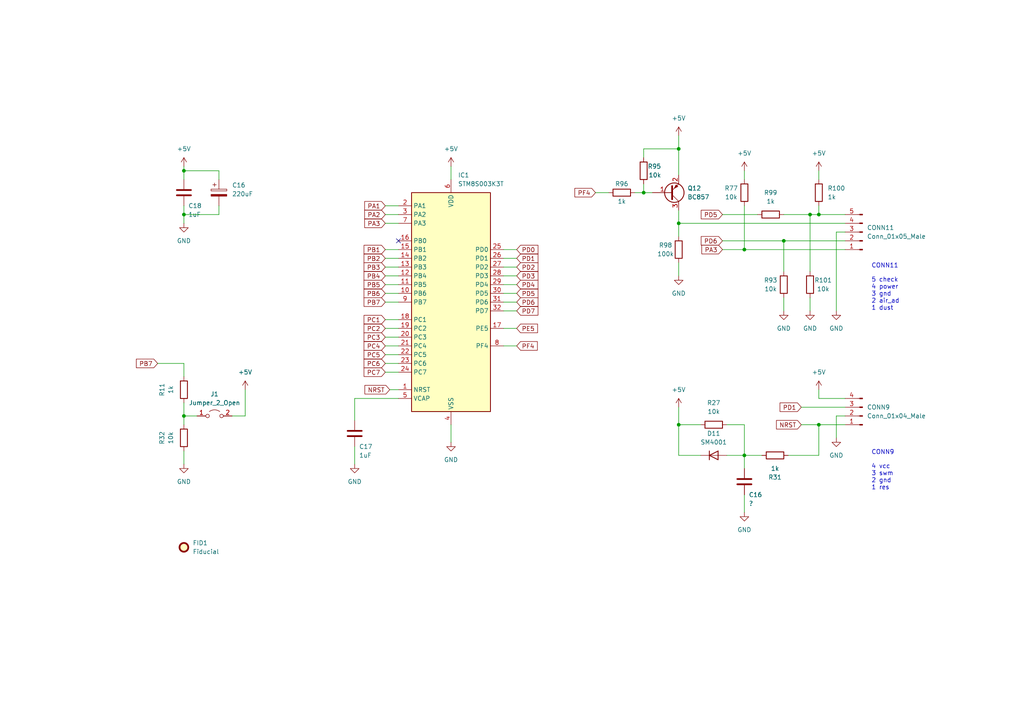
<source format=kicad_sch>
(kicad_sch (version 20211123) (generator eeschema)
  (paper "A4")
  (lib_symbols
    (symbol "Connector:Conn_01x04_Male" (pin_names (offset 1.016) hide)
      (property "Reference" "J" (at 0 5.08 0))
      (property "Value" "Conn_01x04_Male" (at 0 -7.62 0))
      (symbol "Conn_01x04_Male_1_1"
        (polyline (pts (xy 1.27 -5.08) (xy 0.8636 -5.08)) (stroke (width 0.1524)))
        (polyline (pts (xy 1.27 -2.54) (xy 0.8636 -2.54)) (stroke (width 0.1524)))
        (polyline (pts (xy 1.27 0) (xy 0.8636 0)) (stroke (width 0.1524)))
        (polyline (pts (xy 1.27 2.54) (xy 0.8636 2.54)) (stroke (width 0.1524)))
        (rectangle (start 0.8636 -4.953) (end 0 -5.207) (stroke (width 0.1524)) (fill (type outline)))
        (rectangle (start 0.8636 -2.413) (end 0 -2.667) (stroke (width 0.1524)) (fill (type outline)))
        (rectangle (start 0.8636 0.127) (end 0 -0.127) (stroke (width 0.1524)) (fill (type outline)))
        (rectangle (start 0.8636 2.667) (end 0 2.413) (stroke (width 0.1524)) (fill (type outline)))
        (pin passive line (at 5.08 2.54 180) (length 3.81) (name "Pin_1") (number "1"))
        (pin passive line (at 5.08 0 180) (length 3.81) (name "Pin_2") (number "2"))
        (pin passive line (at 5.08 -2.54 180) (length 3.81) (name "Pin_3") (number "3"))
        (pin passive line (at 5.08 -5.08 180) (length 3.81) (name "Pin_4") (number "4"))
      )
    )
    (symbol "Connector:Conn_01x05_Male" (pin_names (offset 1.016) hide)
      (property "Reference" "J" (at 0 7.62 0))
      (property "Value" "Conn_01x05_Male" (at 0 -7.62 0))
      (symbol "Conn_01x05_Male_1_1"
        (polyline (pts (xy 1.27 -5.08) (xy 0.8636 -5.08)) (stroke (width 0.1524)))
        (polyline (pts (xy 1.27 -2.54) (xy 0.8636 -2.54)) (stroke (width 0.1524)))
        (polyline (pts (xy 1.27 0) (xy 0.8636 0)) (stroke (width 0.1524)))
        (polyline (pts (xy 1.27 2.54) (xy 0.8636 2.54)) (stroke (width 0.1524)))
        (polyline (pts (xy 1.27 5.08) (xy 0.8636 5.08)) (stroke (width 0.1524)))
        (rectangle (start 0.8636 -4.953) (end 0 -5.207) (stroke (width 0.1524)) (fill (type outline)))
        (rectangle (start 0.8636 -2.413) (end 0 -2.667) (stroke (width 0.1524)) (fill (type outline)))
        (rectangle (start 0.8636 0.127) (end 0 -0.127) (stroke (width 0.1524)) (fill (type outline)))
        (rectangle (start 0.8636 2.667) (end 0 2.413) (stroke (width 0.1524)) (fill (type outline)))
        (rectangle (start 0.8636 5.207) (end 0 4.953) (stroke (width 0.1524)) (fill (type outline)))
        (pin passive line (at 5.08 5.08 180) (length 3.81) (name "Pin_1") (number "1"))
        (pin passive line (at 5.08 2.54 180) (length 3.81) (name "Pin_2") (number "2"))
        (pin passive line (at 5.08 0 180) (length 3.81) (name "Pin_3") (number "3"))
        (pin passive line (at 5.08 -2.54 180) (length 3.81) (name "Pin_4") (number "4"))
        (pin passive line (at 5.08 -5.08 180) (length 3.81) (name "Pin_5") (number "5"))
      )
    )
    (symbol "Device:C" (pin_numbers hide) (pin_names (offset 0.254))
      (property "Reference" "C" (at 0.635 2.54 0))
      (property "Value" "C" (at 0.635 -2.54 0))
      (symbol "C_0_1"
        (polyline (pts (xy -2.032 -0.762) (xy 2.032 -0.762)) (stroke (width 0.508)))
        (polyline (pts (xy -2.032 0.762) (xy 2.032 0.762)) (stroke (width 0.508)))
      )
      (symbol "C_1_1"
        (pin passive line (at 0 3.81 270) (length 2.794) (name "~") (number "1"))
        (pin passive line (at 0 -3.81 90) (length 2.794) (name "~") (number "2"))
      )
    )
    (symbol "Device:C_Polarized" (pin_numbers hide) (pin_names (offset 0.254))
      (property "Reference" "C" (at 0.635 2.54 0))
      (property "Value" "C_Polarized" (at 0.635 -2.54 0))
      (symbol "C_Polarized_0_1"
        (rectangle (start -2.286 0.508) (end 2.286 1.016))
        (polyline (pts (xy -1.778 2.286) (xy -0.762 2.286)))
        (polyline (pts (xy -1.27 2.794) (xy -1.27 1.778)))
        (rectangle (start 2.286 -0.508) (end -2.286 -1.016) (fill (type outline)))
      )
      (symbol "C_Polarized_1_1"
        (pin passive line (at 0 3.81 270) (length 2.794) (name "~") (number "1"))
        (pin passive line (at 0 -3.81 90) (length 2.794) (name "~") (number "2"))
      )
    )
    (symbol "Device:R" (pin_numbers hide) (pin_names (offset 0))
      (property "Reference" "R" (at 2.032 0 90))
      (property "Value" "R" (at 0 0 90))
      (symbol "R_0_1"
        (rectangle (start -1.016 -2.54) (end 1.016 2.54) (stroke (width 0.254)))
      )
      (symbol "R_1_1"
        (pin passive line (at 0 3.81 270) (length 1.27) (name "~") (number "1"))
        (pin passive line (at 0 -3.81 90) (length 1.27) (name "~") (number "2"))
      )
    )
    (symbol "Diode:SM4001" (pin_numbers hide) (pin_names (offset 1.016) hide)
      (property "Reference" "D" (at 0 2.54 0))
      (property "Value" "SM4001" (at 0 -2.54 0))
      (symbol "SM4001_0_1"
        (polyline (pts (xy -1.27 1.27) (xy -1.27 -1.27)) (stroke (width 0.254)))
        (polyline (pts (xy 1.27 0) (xy -1.27 0)))
        (polyline (pts (xy 1.27 1.27) (xy 1.27 -1.27) (xy -1.27 0) (xy 1.27 1.27)) (stroke (width 0.254)))
      )
      (symbol "SM4001_1_1"
        (pin passive line (at -3.81 0 0) (length 2.54) (name "K") (number "1"))
        (pin passive line (at 3.81 0 180) (length 2.54) (name "A") (number "2"))
      )
    )
    (symbol "Jumper:Jumper_2_Open" (pin_names (offset 0) hide)
      (property "Reference" "JP" (at 0 2.794 0))
      (property "Value" "Jumper_2_Open" (at 0 -2.286 0))
      (symbol "Jumper_2_Open_0_0"
        (circle (center -2.032 0) (radius 0.508))
        (circle (center 2.032 0) (radius 0.508))
      )
      (symbol "Jumper_2_Open_0_1"
        (arc (start 1.524 1.27) (mid 0 1.778) (end -1.524 1.27))
      )
      (symbol "Jumper_2_Open_1_1"
        (pin passive line (at -5.08 0 0) (length 2.54) (name "A") (number "1"))
        (pin passive line (at 5.08 0 180) (length 2.54) (name "B") (number "2"))
      )
    )
    (symbol "MCU_ST_STM8:STM8S003K3T"
      (property "Reference" "U" (at 1.27 35.56 0))
      (property "Value" "STM8S003K3T" (at 1.27 33.02 0))
      (symbol "STM8S003K3T_0_1"
        (rectangle (start -11.43 31.75) (end 11.43 -31.75) (stroke (width 0.254)) (fill (type background)))
      )
      (symbol "STM8S003K3T_1_1"
        (pin input line (at -15.24 -25.4 0) (length 3.81) (name "NRST") (number "1"))
        (pin bidirectional line (at -15.24 2.54 0) (length 3.81) (name "PB6") (number "10"))
        (pin bidirectional line (at -15.24 5.08 0) (length 3.81) (name "PB5") (number "11"))
        (pin bidirectional line (at -15.24 7.62 0) (length 3.81) (name "PB4") (number "12"))
        (pin bidirectional line (at -15.24 10.16 0) (length 3.81) (name "PB3") (number "13"))
        (pin bidirectional line (at -15.24 12.7 0) (length 3.81) (name "PB2") (number "14"))
        (pin bidirectional line (at -15.24 15.24 0) (length 3.81) (name "PB1") (number "15"))
        (pin bidirectional line (at -15.24 17.78 0) (length 3.81) (name "PB0") (number "16"))
        (pin bidirectional line (at 15.24 -7.62 180) (length 3.81) (name "PE5") (number "17"))
        (pin bidirectional line (at -15.24 -5.08 0) (length 3.81) (name "PC1") (number "18"))
        (pin bidirectional line (at -15.24 -7.62 0) (length 3.81) (name "PC2") (number "19"))
        (pin bidirectional line (at -15.24 27.94 0) (length 3.81) (name "PA1") (number "2"))
        (pin bidirectional line (at -15.24 -10.16 0) (length 3.81) (name "PC3") (number "20"))
        (pin bidirectional line (at -15.24 -12.7 0) (length 3.81) (name "PC4") (number "21"))
        (pin bidirectional line (at -15.24 -15.24 0) (length 3.81) (name "PC5") (number "22"))
        (pin bidirectional line (at -15.24 -17.78 0) (length 3.81) (name "PC6") (number "23"))
        (pin bidirectional line (at -15.24 -20.32 0) (length 3.81) (name "PC7") (number "24"))
        (pin bidirectional line (at 15.24 15.24 180) (length 3.81) (name "PD0") (number "25"))
        (pin bidirectional line (at 15.24 12.7 180) (length 3.81) (name "PD1") (number "26"))
        (pin bidirectional line (at 15.24 10.16 180) (length 3.81) (name "PD2") (number "27"))
        (pin bidirectional line (at 15.24 7.62 180) (length 3.81) (name "PD3") (number "28"))
        (pin bidirectional line (at 15.24 5.08 180) (length 3.81) (name "PD4") (number "29"))
        (pin bidirectional line (at -15.24 25.4 0) (length 3.81) (name "PA2") (number "3"))
        (pin bidirectional line (at 15.24 2.54 180) (length 3.81) (name "PD5") (number "30"))
        (pin bidirectional line (at 15.24 0 180) (length 3.81) (name "PD6") (number "31"))
        (pin bidirectional line (at 15.24 -2.54 180) (length 3.81) (name "PD7") (number "32"))
        (pin power_in line (at 0 -35.56 90) (length 3.81) (name "VSS") (number "4"))
        (pin input line (at -15.24 -27.94 0) (length 3.81) (name "VCAP") (number "5"))
        (pin power_in line (at 0 35.56 270) (length 3.81) (name "VDD") (number "6"))
        (pin bidirectional line (at -15.24 22.86 0) (length 3.81) (name "PA3") (number "7"))
        (pin bidirectional line (at 15.24 -12.7 180) (length 3.81) (name "PF4") (number "8"))
        (pin bidirectional line (at -15.24 0 0) (length 3.81) (name "PB7") (number "9"))
      )
    )
    (symbol "Mechanical:Fiducial"
      (property "Reference" "FID" (at 0 5.08 0))
      (property "Value" "Fiducial" (at 0 3.175 0))
      (symbol "Fiducial_0_1"
        (circle (center 0 0) (radius 1.27) (stroke (width 0.508)) (fill (type background)))
      )
    )
    (symbol "Transistor_BJT:BC857" (pin_names (offset 0) hide)
      (property "Reference" "Q" (at 5.08 1.905 0))
      (property "Value" "BC857" (at 5.08 0 0))
      (symbol "BC857_0_1"
        (polyline (pts (xy 0.635 0.635) (xy 2.54 2.54)))
        (polyline (pts (xy 0.635 -0.635) (xy 2.54 -2.54) (xy 2.54 -2.54)))
        (polyline (pts (xy 0.635 1.905) (xy 0.635 -1.905) (xy 0.635 -1.905)) (stroke (width 0.508)))
        (polyline (pts (xy 2.286 -1.778) (xy 1.778 -2.286) (xy 1.27 -1.27) (xy 2.286 -1.778) (xy 2.286 -1.778)) (fill (type outline)))
        (circle (center 1.27 0) (radius 2.8194) (stroke (width 0.254)))
      )
      (symbol "BC857_1_1"
        (pin input line (at -5.08 0 0) (length 5.715) (name "B") (number "1"))
        (pin passive line (at 2.54 -5.08 90) (length 2.54) (name "E") (number "2"))
        (pin passive line (at 2.54 5.08 270) (length 2.54) (name "C") (number "3"))
      )
    )
    (symbol "power:+5V" (power) (pin_names (offset 0))
      (property "Value" "+5V" (at 0 3.556 0))
      (symbol "+5V_0_1"
        (polyline (pts (xy -0.762 1.27) (xy 0 2.54)))
        (polyline (pts (xy 0 0) (xy 0 2.54)))
        (polyline (pts (xy 0 2.54) (xy 0.762 1.27)))
      )
      (symbol "+5V_1_1"
        (pin power_in line (at 0 0 90) (length 0) hide (name "+5V") (number "1"))
      )
    )
    (symbol "power:GND" (power) (pin_names (offset 0))
      (property "Value" "GND" (at 0 -3.81 0))
      (symbol "GND_0_1"
        (polyline (pts (xy 0 0) (xy 0 -1.27) (xy 1.27 -1.27) (xy 0 -2.54) (xy -1.27 -1.27) (xy 0 -1.27)))
      )
      (symbol "GND_1_1"
        (pin power_in line (at 0 0 270) (length 0) hide (name "GND") (number "1"))
      )
    )
  )
  (junction (at 186.69 55.88))
  (junction (at 215.9 72.39))
  (junction (at 196.85 64.77))
  (junction (at 237.49 123.19))
  (junction (at 234.95 62.23))
  (junction (at 53.34 120.65))
  (junction (at 215.9 132.08))
  (junction (at 227.33 69.85))
  (junction (at 53.34 62.23))
  (junction (at 196.85 123.19))
  (junction (at 237.49 62.23))
  (junction (at 53.34 49.53))
  (junction (at 196.85 43.18))
  (no_connect (at 115.57 69.85))
  (wire (pts (xy 227.33 62.23) (xy 234.95 62.23)))
  (wire (pts (xy 146.05 80.01) (xy 149.86 80.01)))
  (wire (pts (xy 232.41 118.11) (xy 245.11 118.11)))
  (wire (pts (xy 234.95 86.36) (xy 234.95 90.17)))
  (wire (pts (xy 234.95 62.23) (xy 234.95 78.74)))
  (wire (pts (xy 237.49 49.53) (xy 237.49 52.07)))
  (wire (pts (xy 111.76 87.63) (xy 115.57 87.63)))
  (wire (pts (xy 146.05 74.93) (xy 149.86 74.93)))
  (wire (pts (xy 196.85 68.58) (xy 196.85 64.77)))
  (wire (pts (xy 111.76 64.77) (xy 115.57 64.77)))
  (wire (pts (xy 209.55 72.39) (xy 215.9 72.39)))
  (wire (pts (xy 196.85 64.77) (xy 245.11 64.77)))
  (wire (pts (xy 71.12 120.65) (xy 71.12 113.03)))
  (wire (pts (xy 237.49 123.19) (xy 245.11 123.19)))
  (wire (pts (xy 242.57 90.17) (xy 242.57 67.31)))
  (wire (pts (xy 209.55 62.23) (xy 219.71 62.23)))
  (wire (pts (xy 130.81 48.26) (xy 130.81 52.07)))
  (wire (pts (xy 215.9 143.51) (xy 215.9 148.59)))
  (wire (pts (xy 186.69 43.18) (xy 196.85 43.18)))
  (wire (pts (xy 146.05 72.39) (xy 149.86 72.39)))
  (wire (pts (xy 111.76 95.25) (xy 115.57 95.25)))
  (wire (pts (xy 53.34 105.41) (xy 53.34 109.22)))
  (wire (pts (xy 196.85 39.37) (xy 196.85 43.18)))
  (wire (pts (xy 146.05 87.63) (xy 149.86 87.63)))
  (wire (pts (xy 53.34 62.23) (xy 63.5 62.23)))
  (wire (pts (xy 186.69 53.34) (xy 186.69 55.88)))
  (wire (pts (xy 53.34 59.69) (xy 53.34 62.23)))
  (wire (pts (xy 245.11 120.65) (xy 242.57 120.65)))
  (wire (pts (xy 111.76 72.39) (xy 115.57 72.39)))
  (wire (pts (xy 111.76 102.87) (xy 115.57 102.87)))
  (wire (pts (xy 215.9 135.89) (xy 215.9 132.08)))
  (wire (pts (xy 237.49 132.08) (xy 237.49 123.19)))
  (wire (pts (xy 228.6 132.08) (xy 237.49 132.08)))
  (wire (pts (xy 111.76 100.33) (xy 115.57 100.33)))
  (wire (pts (xy 102.87 115.57) (xy 102.87 121.92)))
  (wire (pts (xy 63.5 52.07) (xy 63.5 49.53)))
  (wire (pts (xy 67.31 120.65) (xy 71.12 120.65)))
  (wire (pts (xy 227.33 86.36) (xy 227.33 90.17)))
  (wire (pts (xy 237.49 113.03) (xy 237.49 115.57)))
  (wire (pts (xy 215.9 59.69) (xy 215.9 72.39)))
  (wire (pts (xy 237.49 62.23) (xy 245.11 62.23)))
  (wire (pts (xy 53.34 62.23) (xy 53.34 64.77)))
  (wire (pts (xy 111.76 85.09) (xy 115.57 85.09)))
  (wire (pts (xy 102.87 129.54) (xy 102.87 134.62)))
  (wire (pts (xy 146.05 90.17) (xy 149.86 90.17)))
  (wire (pts (xy 111.76 97.79) (xy 115.57 97.79)))
  (wire (pts (xy 227.33 69.85) (xy 227.33 78.74)))
  (wire (pts (xy 111.76 92.71) (xy 115.57 92.71)))
  (wire (pts (xy 53.34 130.81) (xy 53.34 134.62)))
  (wire (pts (xy 196.85 132.08) (xy 203.2 132.08)))
  (wire (pts (xy 146.05 100.33) (xy 149.86 100.33)))
  (wire (pts (xy 196.85 60.96) (xy 196.85 64.77)))
  (wire (pts (xy 111.76 107.95) (xy 115.57 107.95)))
  (wire (pts (xy 232.41 123.19) (xy 237.49 123.19)))
  (wire (pts (xy 242.57 120.65) (xy 242.57 127)))
  (wire (pts (xy 53.34 116.84) (xy 53.34 120.65)))
  (wire (pts (xy 215.9 72.39) (xy 245.11 72.39)))
  (wire (pts (xy 146.05 95.25) (xy 149.86 95.25)))
  (wire (pts (xy 111.76 105.41) (xy 115.57 105.41)))
  (wire (pts (xy 146.05 82.55) (xy 149.86 82.55)))
  (wire (pts (xy 196.85 43.18) (xy 196.85 50.8)))
  (wire (pts (xy 210.82 123.19) (xy 215.9 123.19)))
  (wire (pts (xy 111.76 59.69) (xy 115.57 59.69)))
  (wire (pts (xy 209.55 69.85) (xy 227.33 69.85)))
  (wire (pts (xy 196.85 123.19) (xy 196.85 132.08)))
  (wire (pts (xy 215.9 132.08) (xy 220.98 132.08)))
  (wire (pts (xy 53.34 49.53) (xy 53.34 52.07)))
  (wire (pts (xy 45.72 105.41) (xy 53.34 105.41)))
  (wire (pts (xy 63.5 62.23) (xy 63.5 59.69)))
  (wire (pts (xy 130.81 123.19) (xy 130.81 128.27)))
  (wire (pts (xy 215.9 49.53) (xy 215.9 52.07)))
  (wire (pts (xy 203.2 123.19) (xy 196.85 123.19)))
  (wire (pts (xy 242.57 67.31) (xy 245.11 67.31)))
  (wire (pts (xy 53.34 48.26) (xy 53.34 49.53)))
  (wire (pts (xy 53.34 120.65) (xy 53.34 123.19)))
  (wire (pts (xy 53.34 120.65) (xy 57.15 120.65)))
  (wire (pts (xy 111.76 74.93) (xy 115.57 74.93)))
  (wire (pts (xy 210.82 132.08) (xy 215.9 132.08)))
  (wire (pts (xy 215.9 123.19) (xy 215.9 132.08)))
  (wire (pts (xy 227.33 69.85) (xy 245.11 69.85)))
  (wire (pts (xy 234.95 62.23) (xy 237.49 62.23)))
  (wire (pts (xy 237.49 59.69) (xy 237.49 62.23)))
  (wire (pts (xy 53.34 49.53) (xy 63.5 49.53)))
  (wire (pts (xy 186.69 45.72) (xy 186.69 43.18)))
  (wire (pts (xy 115.57 115.57) (xy 102.87 115.57)))
  (wire (pts (xy 146.05 85.09) (xy 149.86 85.09)))
  (wire (pts (xy 196.85 118.11) (xy 196.85 123.19)))
  (wire (pts (xy 172.72 55.88) (xy 176.53 55.88)))
  (wire (pts (xy 111.76 80.01) (xy 115.57 80.01)))
  (wire (pts (xy 111.76 62.23) (xy 115.57 62.23)))
  (wire (pts (xy 113.03 113.03) (xy 115.57 113.03)))
  (wire (pts (xy 146.05 77.47) (xy 149.86 77.47)))
  (wire (pts (xy 184.15 55.88) (xy 186.69 55.88)))
  (wire (pts (xy 111.76 82.55) (xy 115.57 82.55)))
  (wire (pts (xy 237.49 115.57) (xy 245.11 115.57)))
  (wire (pts (xy 196.85 76.2) (xy 196.85 80.01)))
  (wire (pts (xy 186.69 55.88) (xy 189.23 55.88)))
  (wire (pts (xy 111.76 77.47) (xy 115.57 77.47)))
  (text "CONN11\n\n5 check\n4 power\n3 gnd\n2 air_ad\n1 dust" (at 252.73 90.17 0) (effects (font (size 1.27 1.27)) (justify left bottom)))
  (text "CONN9\n\n4 vcc\n3 swm\n2 gnd\n1 res" (at 252.73 142.24 0) (effects (font (size 1.27 1.27)) (justify left bottom)))
  (global_label "PC7" (shape input) (at 111.76 107.95 180) (property "Intersheet References" "${INTERSHEET_REFS}" (effects hide)))
  (global_label "PC6" (shape input) (at 111.76 105.41 180) (property "Intersheet References" "${INTERSHEET_REFS}" (effects hide)))
  (global_label "PC5" (shape input) (at 111.76 102.87 180) (property "Intersheet References" "${INTERSHEET_REFS}" (effects hide)))
  (global_label "PC3" (shape input) (at 111.76 97.79 180) (property "Intersheet References" "${INTERSHEET_REFS}" (effects hide)))
  (global_label "PB5" (shape input) (at 111.76 82.55 180) (property "Intersheet References" "${INTERSHEET_REFS}" (effects hide)))
  (global_label "PD2" (shape input) (at 149.86 77.47 0) (property "Intersheet References" "${INTERSHEET_REFS}" (effects hide)))
  (global_label "PA2" (shape input) (at 111.76 62.23 180) (property "Intersheet References" "${INTERSHEET_REFS}" (effects hide)))
  (global_label "PD0" (shape input) (at 149.86 72.39 0) (property "Intersheet References" "${INTERSHEET_REFS}" (effects hide)))
  (global_label "NRST" (shape input) (at 113.03 113.03 180) (property "Intersheet References" "${INTERSHEET_REFS}" (effects hide)))
  (global_label "PA3" (shape input) (at 111.76 64.77 180) (property "Intersheet References" "${INTERSHEET_REFS}" (effects hide)))
  (global_label "PC4" (shape input) (at 111.76 100.33 180) (property "Intersheet References" "${INTERSHEET_REFS}" (effects hide)))
  (global_label "PC1" (shape input) (at 111.76 92.71 180) (property "Intersheet References" "${INTERSHEET_REFS}" (effects hide)))
  (global_label "PF4" (shape input) (at 172.72 55.88 180) (property "Intersheet References" "${INTERSHEET_REFS}" (effects hide)))
  (global_label "PB3" (shape input) (at 111.76 77.47 180) (property "Intersheet References" "${INTERSHEET_REFS}" (effects hide)))
  (global_label "PD5" (shape input) (at 209.55 62.23 180) (property "Intersheet References" "${INTERSHEET_REFS}" (effects hide)))
  (global_label "PD3" (shape input) (at 149.86 80.01 0) (property "Intersheet References" "${INTERSHEET_REFS}" (effects hide)))
  (global_label "PA1" (shape input) (at 111.76 59.69 180) (property "Intersheet References" "${INTERSHEET_REFS}" (effects hide)))
  (global_label "PC2" (shape input) (at 111.76 95.25 180) (property "Intersheet References" "${INTERSHEET_REFS}" (effects hide)))
  (global_label "PB1" (shape input) (at 111.76 72.39 180) (property "Intersheet References" "${INTERSHEET_REFS}" (effects hide)))
  (global_label "PA3" (shape input) (at 209.55 72.39 180) (property "Intersheet References" "${INTERSHEET_REFS}" (effects hide)))
  (global_label "PB2" (shape input) (at 111.76 74.93 180) (property "Intersheet References" "${INTERSHEET_REFS}" (effects hide)))
  (global_label "NRST" (shape input) (at 232.41 123.19 180) (property "Intersheet References" "${INTERSHEET_REFS}" (effects hide)))
  (global_label "PE5" (shape input) (at 149.86 95.25 0) (property "Intersheet References" "${INTERSHEET_REFS}" (effects hide)))
  (global_label "PB7" (shape input) (at 111.76 87.63 180) (property "Intersheet References" "${INTERSHEET_REFS}" (effects hide)))
  (global_label "PB6" (shape input) (at 111.76 85.09 180) (property "Intersheet References" "${INTERSHEET_REFS}" (effects hide)))
  (global_label "PD1" (shape input) (at 149.86 74.93 0) (property "Intersheet References" "${INTERSHEET_REFS}" (effects hide)))
  (global_label "PD6" (shape input) (at 209.55 69.85 180) (property "Intersheet References" "${INTERSHEET_REFS}" (effects hide)))
  (global_label "PD4" (shape input) (at 149.86 82.55 0) (property "Intersheet References" "${INTERSHEET_REFS}" (effects hide)))
  (global_label "PB7" (shape input) (at 45.72 105.41 180) (property "Intersheet References" "${INTERSHEET_REFS}" (effects hide)))
  (global_label "PD6" (shape input) (at 149.86 87.63 0) (property "Intersheet References" "${INTERSHEET_REFS}" (effects hide)))
  (global_label "PB4" (shape input) (at 111.76 80.01 180) (property "Intersheet References" "${INTERSHEET_REFS}" (effects hide)))
  (global_label "PD1" (shape input) (at 232.41 118.11 180) (property "Intersheet References" "${INTERSHEET_REFS}" (effects hide)))
  (global_label "PF4" (shape input) (at 149.86 100.33 0) (property "Intersheet References" "${INTERSHEET_REFS}" (effects hide)))
  (global_label "PD7" (shape input) (at 149.86 90.17 0) (property "Intersheet References" "${INTERSHEET_REFS}" (effects hide)))
  (global_label "PD5" (shape input) (at 149.86 85.09 0) (property "Intersheet References" "${INTERSHEET_REFS}" (effects hide)))
  (symbol (lib_id "Transistor_BJT:BC857") (at 194.31 55.88 0) (mirror x) (unit 1)
    (property "Reference" "Q12" (at 199.39 54.6099 0) (effects (justify left)))
    (property "Value" "BC857" (at 199.39 57.1499 0) (effects (justify left)))
    (property "Footprint" "Package_TO_SOT_SMD:SOT-23" (effects hide))
    (property "Datasheet" "https://www.onsemi.com/pub/Collateral/BC860-D.pdf" (effects hide))
  )
  (symbol (lib_id "Device:C") (at 102.87 125.73 0) (unit 1)
    (property "Reference" "C17" (at 104.14 129.54 0) (effects (justify left)))
    (property "Value" "1uF" (at 104.14 132.08 0) (effects (justify left)))
  )
  (symbol (lib_id "power:GND") (at 242.57 90.17 0) (unit 1)
    (property "Reference" "#PWR?" (effects hide))
    (property "Value" "GND" (at 242.57 95.25 0))
  )
  (symbol (lib_id "power:+5V") (at 130.81 48.26 0) (unit 1)
    (property "Reference" "#PWR?" (effects hide))
    (property "Value" "+5V" (at 130.81 43.18 0))
  )
  (symbol (lib_id "Device:R") (at 180.34 55.88 90) (mirror x) (unit 1)
    (property "Reference" "R96" (at 180.34 53.34 90))
    (property "Value" "1k" (at 180.34 58.42 90))
    (property "Footprint" "Resistor_SMD:R_0805_2012Metric" (effects hide))
  )
  (symbol (lib_id "Device:R") (at 224.79 132.08 270) (mirror x) (unit 1)
    (property "Reference" "R31" (at 224.79 138.43 90))
    (property "Value" "1k" (at 224.79 135.89 90))
    (property "Footprint" "Resistor_SMD:R_0805_2012Metric" (effects hide))
  )
  (symbol (lib_id "power:+5V") (at 71.12 113.03 0) (unit 1)
    (property "Reference" "#PWR?" (effects hide))
    (property "Value" "+5V" (at 71.12 107.95 0))
  )
  (symbol (lib_id "Mechanical:Fiducial") (at 53.34 158.75 0) (unit 1)
    (property "Reference" "FID1" (at 55.88 157.4799 0) (effects (justify left)))
    (property "Value" "Fiducial" (at 55.88 160.0199 0) (effects (justify left)))
  )
  (symbol (lib_id "Device:C") (at 215.9 139.7 0) (unit 1)
    (property "Reference" "C16" (at 217.17 143.51 0) (effects (justify left)))
    (property "Value" "?" (at 217.17 146.05 0) (effects (justify left)))
  )
  (symbol (lib_id "power:GND") (at 53.34 64.77 0) (unit 1)
    (property "Reference" "#PWR?" (effects hide))
    (property "Value" "GND" (at 53.34 69.85 0))
  )
  (symbol (lib_id "Diode:SM4001") (at 207.01 132.08 0) (unit 1)
    (property "Reference" "D11" (at 207.01 125.73 0))
    (property "Value" "SM4001" (at 207.01 128.27 0))
    (property "Footprint" "Diode_SMD:D_MELF" (effects hide))
    (property "Datasheet" "http://cdn-reichelt.de/documents/datenblatt/A400/SMD1N400%23DIO.pdf" (effects hide))
  )
  (symbol (lib_id "power:+5V") (at 237.49 113.03 0) (unit 1)
    (property "Reference" "#PWR?" (effects hide))
    (property "Value" "+5V" (at 237.49 107.95 0))
  )
  (symbol (lib_id "Device:R") (at 207.01 123.19 90) (mirror x) (unit 1)
    (property "Reference" "R27" (at 207.01 116.84 90))
    (property "Value" "10k" (at 207.01 119.38 90))
    (property "Footprint" "Resistor_SMD:R_0805_2012Metric" (effects hide))
  )
  (symbol (lib_id "power:+5V") (at 196.85 118.11 0) (unit 1)
    (property "Reference" "#PWR?" (effects hide))
    (property "Value" "+5V" (at 196.85 113.03 0))
  )
  (symbol (lib_id "power:+5V") (at 196.85 39.37 0) (unit 1)
    (property "Reference" "#PWR?" (effects hide))
    (property "Value" "+5V" (at 196.85 34.29 0))
  )
  (symbol (lib_id "power:GND") (at 242.57 127 0) (unit 1)
    (property "Reference" "#PWR?" (effects hide))
    (property "Value" "GND" (at 242.57 132.08 0))
  )
  (symbol (lib_id "power:GND") (at 227.33 90.17 0) (unit 1)
    (property "Reference" "#PWR?" (effects hide))
    (property "Value" "GND" (at 227.33 95.25 0))
  )
  (symbol (lib_id "Connector:Conn_01x04_Male") (at 250.19 120.65 180) (unit 1)
    (property "Reference" "CONN9" (at 251.46 118.1099 0) (effects (justify right)))
    (property "Value" "Conn_01x04_Male" (at 251.46 120.6499 0) (effects (justify right)))
  )
  (symbol (lib_id "Device:R") (at 234.95 82.55 0) (mirror y) (unit 1)
    (property "Reference" "R101" (at 238.76 81.28 0))
    (property "Value" "10k" (at 238.76 83.82 0))
    (property "Footprint" "Resistor_SMD:R_0805_2012Metric" (effects hide))
  )
  (symbol (lib_id "Device:R") (at 53.34 113.03 0) (mirror x) (unit 1)
    (property "Reference" "R11" (at 46.99 113.03 90))
    (property "Value" "1k" (at 49.53 113.03 90))
    (property "Footprint" "Resistor_SMD:R_0805_2012Metric" (effects hide))
  )
  (symbol (lib_id "Device:C") (at 53.34 55.88 0) (unit 1)
    (property "Reference" "C18" (at 54.61 59.69 0) (effects (justify left)))
    (property "Value" "1uF" (at 54.61 62.23 0) (effects (justify left)))
  )
  (symbol (lib_id "MCU_ST_STM8:STM8S003K3T") (at 130.81 87.63 0) (unit 1)
    (property "Reference" "IC1" (at 132.8294 50.8 0) (effects (justify left)))
    (property "Value" "STM8S003K3T" (at 132.8294 53.34 0) (effects (justify left)))
    (property "Footprint" "Package_QFP:LQFP-32_7x7mm_P0.8mm" (effects hide))
    (property "Datasheet" "http://www.st.com/st-web-ui/static/active/en/resource/technical/document/datasheet/DM00024550.pdf" (effects hide))
  )
  (symbol (lib_id "Device:R") (at 53.34 127 0) (mirror x) (unit 1)
    (property "Reference" "R32" (at 46.99 127 90))
    (property "Value" "10k" (at 49.53 127 90))
    (property "Footprint" "Resistor_SMD:R_0805_2012Metric" (effects hide))
  )
  (symbol (lib_id "Device:R") (at 237.49 55.88 0) (mirror y) (unit 1)
    (property "Reference" "R100" (at 240.03 54.6099 0) (effects (justify right)))
    (property "Value" "1k" (at 240.03 57.1499 0) (effects (justify right)))
    (property "Footprint" "Resistor_SMD:R_0805_2012Metric" (effects hide))
  )
  (symbol (lib_id "power:GND") (at 102.87 134.62 0) (unit 1)
    (property "Reference" "#PWR?" (effects hide))
    (property "Value" "GND" (at 102.87 139.7 0))
  )
  (symbol (lib_id "Device:R") (at 223.52 62.23 90) (mirror x) (unit 1)
    (property "Reference" "R99" (at 223.52 55.88 90))
    (property "Value" "1k" (at 223.52 58.42 90))
    (property "Footprint" "Resistor_SMD:R_0805_2012Metric" (effects hide))
  )
  (symbol (lib_id "Device:R") (at 196.85 72.39 0) (mirror x) (unit 1)
    (property "Reference" "R98" (at 193.04 71.12 0))
    (property "Value" "100k" (at 193.04 73.66 0))
    (property "Footprint" "Resistor_SMD:R_0805_2012Metric" (effects hide))
  )
  (symbol (lib_id "power:GND") (at 53.34 134.62 0) (unit 1)
    (property "Reference" "#PWR?" (effects hide))
    (property "Value" "GND" (at 53.34 139.7 0))
  )
  (symbol (lib_id "Device:R") (at 227.33 82.55 0) (mirror x) (unit 1)
    (property "Reference" "R93" (at 223.52 81.28 0))
    (property "Value" "10k" (at 223.52 83.82 0))
    (property "Footprint" "Resistor_SMD:R_0805_2012Metric" (effects hide))
  )
  (symbol (lib_id "Device:C_Polarized") (at 63.5 55.88 0) (unit 1)
    (property "Reference" "C16" (at 67.31 53.7209 0) (effects (justify left)))
    (property "Value" "220uF" (at 67.31 56.2609 0) (effects (justify left)))
    (property "Footprint" "Capacitor_THT:CP_Radial_D8.0mm_P2.50mm" (effects hide))
  )
  (symbol (lib_id "Connector:Conn_01x05_Male") (at 250.19 67.31 180) (unit 1)
    (property "Reference" "CONN11" (at 251.46 66.0399 0) (effects (justify right)))
    (property "Value" "Conn_01x05_Male" (at 251.46 68.5799 0) (effects (justify right)))
  )
  (symbol (lib_id "power:+5V") (at 215.9 49.53 0) (unit 1)
    (property "Reference" "#PWR?" (effects hide))
    (property "Value" "+5V" (at 215.9 44.45 0))
  )
  (symbol (lib_id "power:GND") (at 130.81 128.27 0) (unit 1)
    (property "Reference" "#PWR?" (effects hide))
    (property "Value" "GND" (at 130.81 133.35 0))
  )
  (symbol (lib_id "Device:R") (at 186.69 49.53 0) (mirror x) (unit 1)
    (property "Reference" "R95" (at 191.77 48.26 0) (effects (justify right)))
    (property "Value" "10k" (at 191.77 50.8 0) (effects (justify right)))
    (property "Footprint" "Resistor_SMD:R_0805_2012Metric" (effects hide))
  )
  (symbol (lib_id "power:+5V") (at 53.34 48.26 0) (unit 1)
    (property "Reference" "#PWR?" (effects hide))
    (property "Value" "+5V" (at 53.34 43.18 0))
  )
  (symbol (lib_id "Jumper:Jumper_2_Open") (at 62.23 120.65 0) (unit 1)
    (property "Reference" "J1" (at 62.23 114.3 0))
    (property "Value" "Jumper_2_Open" (at 62.23 116.84 0))
  )
  (symbol (lib_id "power:GND") (at 234.95 90.17 0) (unit 1)
    (property "Reference" "#PWR?" (effects hide))
    (property "Value" "GND" (at 234.95 95.25 0))
  )
  (symbol (lib_id "Device:R") (at 215.9 55.88 0) (mirror y) (unit 1)
    (property "Reference" "R77" (at 212.09 54.61 0))
    (property "Value" "10k" (at 212.09 57.15 0))
    (property "Footprint" "Resistor_SMD:R_0805_2012Metric" (effects hide))
  )
  (symbol (lib_id "power:GND") (at 215.9 148.59 0) (unit 1)
    (property "Reference" "#PWR?" (effects hide))
    (property "Value" "GND" (at 215.9 153.67 0))
  )
  (symbol (lib_id "power:+5V") (at 237.49 49.53 0) (unit 1)
    (property "Reference" "#PWR?" (effects hide))
    (property "Value" "+5V" (at 237.49 44.45 0))
  )
  (symbol (lib_id "power:GND") (at 196.85 80.01 0) (unit 1)
    (property "Reference" "#PWR?" (effects hide))
    (property "Value" "GND" (at 196.85 85.09 0))
  )
)
</source>
